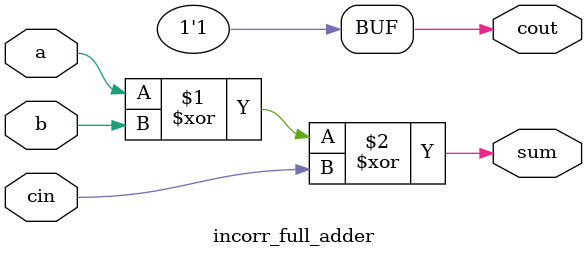
<source format=v>
module incorr_full_adder(a,b,cin,sum,cout);
input a,b,cin;
output sum,cout;
assign sum = a^b^cin;
assign cout = a&b|1'b1; 
// initial begin
//     $display("The incorrect adder with and1 and or1 having out/1 and in2/1");
// end   
endmodule
</source>
